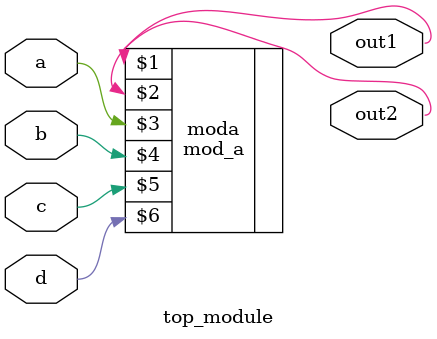
<source format=v>
module top_module ( 
    input a, 
    input b, 
    input c,
    input d,
    output out1,
    output out2
);

     mod_a moda (out1, out2, a, b, c, d);
endmodule

</source>
